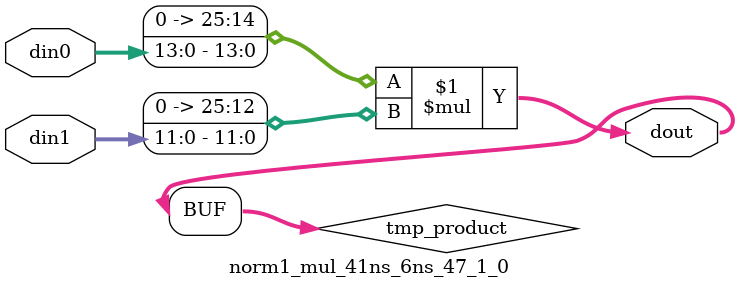
<source format=v>

`timescale 1 ns / 1 ps

 module norm1_mul_41ns_6ns_47_1_0(din0, din1, dout);
parameter ID = 1;
parameter NUM_STAGE = 0;
parameter din0_WIDTH = 14;
parameter din1_WIDTH = 12;
parameter dout_WIDTH = 26;

input [din0_WIDTH - 1 : 0] din0; 
input [din1_WIDTH - 1 : 0] din1; 
output [dout_WIDTH - 1 : 0] dout;

wire signed [dout_WIDTH - 1 : 0] tmp_product;
























assign tmp_product = $signed({1'b0, din0}) * $signed({1'b0, din1});











assign dout = tmp_product;





















endmodule

</source>
